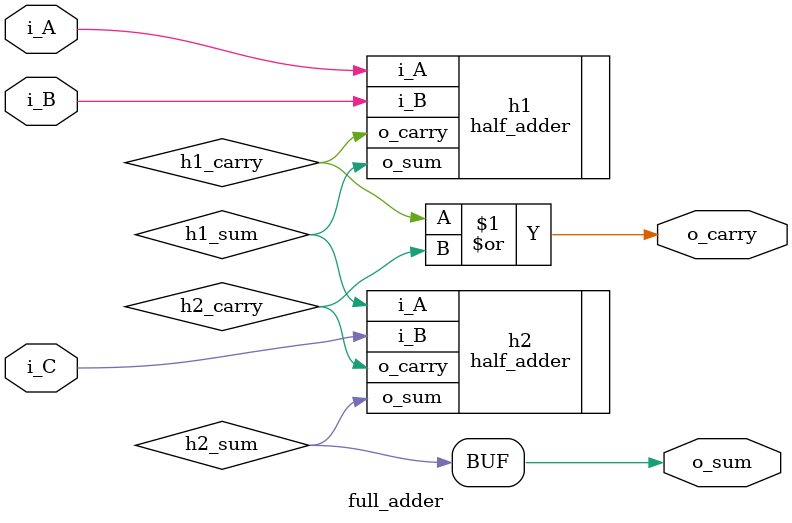
<source format=v>
`timescale 1ns / 1ps

module full_adder(
    input wire i_A,
    input wire i_B,
    input wire i_C,
    output wire o_sum,
    output wire o_carry
    );
    
    //internal nets
    wire h1_sum,h2_sum, h1_carry, h2_carry;
    
    half_adder h1 (
        .i_A (i_A),
        .i_B (i_B),
        .o_sum (h1_sum),
        .o_carry (h1_carry)
    );
    
     half_adder h2 (
        .i_A (h1_sum),
        .i_B (i_C),
        .o_sum (h2_sum),
        .o_carry (h2_carry)
    );
    
    assign o_carry = h1_carry | h2_carry;
    assign o_sum = h2_sum;
      
    
endmodule

</source>
